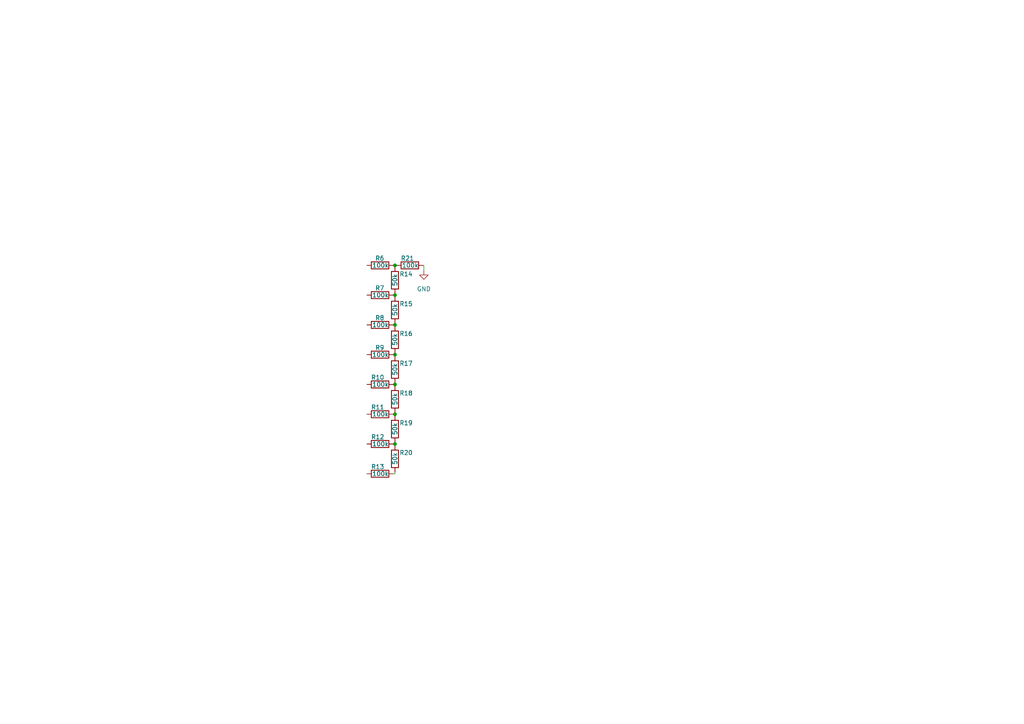
<source format=kicad_sch>
(kicad_sch (version 20211123) (generator eeschema)
  (paper "A4")
  (lib_symbols
    (symbol "Device:R" (pin_numbers hide) (pin_names (offset 0))
      (property "Reference" "R" (at 2.032 0 90))
      (property "Value" "R" (at 0 0 90))
      (symbol "R_0_1"
        (rectangle (start -1.016 -2.54) (end 1.016 2.54) (stroke (width 0.254)))
      )
      (symbol "R_1_1"
        (pin passive line (at 0 3.81 270) (length 1.27) (name "~") (number "1"))
        (pin passive line (at 0 -3.81 90) (length 1.27) (name "~") (number "2"))
      )
    )
    (symbol "power:GND" (power) (pin_names (offset 0))
      (property "Value" "GND" (at 0 -3.81 0))
      (symbol "GND_0_1"
        (polyline (pts (xy 0 0) (xy 0 -1.27) (xy 1.27 -1.27) (xy 0 -2.54) (xy -1.27 -1.27) (xy 0 -1.27)))
      )
      (symbol "GND_1_1"
        (pin power_in line (at 0 0 270) (length 0) hide (name "GND") (number "1"))
      )
    )
  )
  (junction (at 114.554 94.234))
  (junction (at 114.554 120.142))
  (junction (at 114.554 128.778))
  (junction (at 114.554 111.506))
  (junction (at 114.554 76.962))
  (junction (at 114.554 102.87))
  (junction (at 114.554 85.598))
  (wire (pts (xy 114.554 111.506) (xy 114.554 110.998)))
  (wire (pts (xy 114.554 85.598) (xy 114.554 86.106)))
  (wire (pts (xy 114.046 120.142) (xy 114.554 120.142)))
  (wire (pts (xy 114.554 137.414) (xy 114.554 136.906)))
  (wire (pts (xy 122.682 76.962) (xy 122.936 76.962)))
  (wire (pts (xy 114.046 128.778) (xy 114.554 128.778)))
  (wire (pts (xy 114.554 111.506) (xy 114.554 112.014)))
  (wire (pts (xy 114.554 128.778) (xy 114.554 129.286)))
  (wire (pts (xy 122.936 76.962) (xy 122.936 78.486)))
  (wire (pts (xy 114.554 94.234) (xy 114.554 94.742)))
  (wire (pts (xy 114.554 102.87) (xy 114.554 103.378)))
  (wire (pts (xy 114.554 76.962) (xy 114.046 76.962)))
  (wire (pts (xy 114.554 85.598) (xy 114.554 85.09)))
  (wire (pts (xy 114.554 120.142) (xy 114.554 120.65)))
  (wire (pts (xy 114.554 77.47) (xy 114.554 76.962)))
  (wire (pts (xy 114.554 102.87) (xy 114.554 102.362)))
  (wire (pts (xy 114.046 85.598) (xy 114.554 85.598)))
  (wire (pts (xy 114.046 137.414) (xy 114.554 137.414)))
  (wire (pts (xy 114.046 102.87) (xy 114.554 102.87)))
  (wire (pts (xy 114.046 94.234) (xy 114.554 94.234)))
  (wire (pts (xy 114.554 128.778) (xy 114.554 128.27)))
  (wire (pts (xy 114.554 94.234) (xy 114.554 93.726)))
  (wire (pts (xy 114.554 120.142) (xy 114.554 119.634)))
  (wire (pts (xy 114.046 111.506) (xy 114.554 111.506)))
  (wire (pts (xy 114.554 76.962) (xy 115.062 76.962)))
  (symbol (lib_id "Device:R") (at 110.236 76.962 90) (unit 1)
    (property "Reference" "R6" (at 111.506 74.93 90) (effects (justify left)))
    (property "Value" "100k" (at 112.776 76.962 90) (effects (justify left)))
    (property "Footprint" "Resistor_SMD:R_0402_1005Metric" (effects hide))
  )
  (symbol (lib_id "Device:R") (at 110.236 85.598 90) (unit 1)
    (property "Reference" "R7" (at 111.506 83.566 90) (effects (justify left)))
    (property "Value" "100k" (at 112.776 85.598 90) (effects (justify left)))
    (property "Footprint" "Resistor_SMD:R_0402_1005Metric" (effects hide))
  )
  (symbol (lib_id "Device:R") (at 114.554 115.824 0) (unit 1)
    (property "Reference" "R18" (at 115.824 114.046 0) (effects (justify left)))
    (property "Value" "50k" (at 114.554 117.602 90) (effects (justify left)))
    (property "Footprint" "Resistor_SMD:R_0402_1005Metric" (effects hide))
  )
  (symbol (lib_id "Device:R") (at 114.554 89.916 0) (unit 1)
    (property "Reference" "R15" (at 115.824 88.138 0) (effects (justify left)))
    (property "Value" "50k" (at 114.554 91.694 90) (effects (justify left)))
    (property "Footprint" "Resistor_SMD:R_0402_1005Metric" (effects hide))
  )
  (symbol (lib_id "Device:R") (at 114.554 107.188 0) (unit 1)
    (property "Reference" "R17" (at 115.824 105.41 0) (effects (justify left)))
    (property "Value" "50k" (at 114.554 108.966 90) (effects (justify left)))
    (property "Footprint" "Resistor_SMD:R_0402_1005Metric" (effects hide))
  )
  (symbol (lib_id "Device:R") (at 110.236 128.778 90) (unit 1)
    (property "Reference" "R12" (at 111.506 126.746 90) (effects (justify left)))
    (property "Value" "100k" (at 112.776 128.778 90) (effects (justify left)))
    (property "Footprint" "Resistor_SMD:R_0402_1005Metric" (effects hide))
  )
  (symbol (lib_id "Device:R") (at 110.236 111.506 90) (unit 1)
    (property "Reference" "R10" (at 111.506 109.474 90) (effects (justify left)))
    (property "Value" "100k" (at 112.776 111.506 90) (effects (justify left)))
    (property "Footprint" "Resistor_SMD:R_0402_1005Metric" (effects hide))
  )
  (symbol (lib_id "Device:R") (at 114.554 133.096 0) (unit 1)
    (property "Reference" "R20" (at 115.824 131.318 0) (effects (justify left)))
    (property "Value" "50k" (at 114.554 134.874 90) (effects (justify left)))
    (property "Footprint" "Resistor_SMD:R_0402_1005Metric" (effects hide))
  )
  (symbol (lib_id "Device:R") (at 114.554 124.46 0) (unit 1)
    (property "Reference" "R19" (at 115.824 122.682 0) (effects (justify left)))
    (property "Value" "50k" (at 114.554 126.238 90) (effects (justify left)))
    (property "Footprint" "Resistor_SMD:R_0402_1005Metric" (effects hide))
  )
  (symbol (lib_id "Device:R") (at 110.236 102.87 90) (unit 1)
    (property "Reference" "R9" (at 111.506 100.838 90) (effects (justify left)))
    (property "Value" "100k" (at 112.776 102.87 90) (effects (justify left)))
    (property "Footprint" "Resistor_SMD:R_0402_1005Metric" (effects hide))
  )
  (symbol (lib_id "Device:R") (at 110.236 94.234 90) (unit 1)
    (property "Reference" "R8" (at 111.506 92.202 90) (effects (justify left)))
    (property "Value" "100k" (at 112.776 94.234 90) (effects (justify left)))
    (property "Footprint" "Resistor_SMD:R_0402_1005Metric" (effects hide))
  )
  (symbol (lib_id "Device:R") (at 114.554 81.28 0) (unit 1)
    (property "Reference" "R14" (at 115.824 79.502 0) (effects (justify left)))
    (property "Value" "50k" (at 114.554 83.058 90) (effects (justify left)))
    (property "Footprint" "Resistor_SMD:R_0402_1005Metric" (effects hide))
  )
  (symbol (lib_id "power:GND") (at 122.936 78.486 0) (unit 1)
    (property "Reference" "#PWR0124" (effects hide))
    (property "Value" "GND" (at 122.936 83.82 0))
  )
  (symbol (lib_id "Device:R") (at 114.554 98.552 0) (unit 1)
    (property "Reference" "R16" (at 115.824 96.774 0) (effects (justify left)))
    (property "Value" "50k" (at 114.554 100.33 90) (effects (justify left)))
    (property "Footprint" "Resistor_SMD:R_0402_1005Metric" (effects hide))
  )
  (symbol (lib_id "Device:R") (at 110.236 137.414 90) (unit 1)
    (property "Reference" "R13" (at 111.506 135.382 90) (effects (justify left)))
    (property "Value" "100k" (at 112.776 137.414 90) (effects (justify left)))
    (property "Footprint" "Resistor_SMD:R_0402_1005Metric" (effects hide))
  )
  (symbol (lib_id "Device:R") (at 110.236 120.142 90) (unit 1)
    (property "Reference" "R11" (at 111.506 118.11 90) (effects (justify left)))
    (property "Value" "100k" (at 112.776 120.142 90) (effects (justify left)))
    (property "Footprint" "Resistor_SMD:R_0402_1005Metric" (effects hide))
  )
  (symbol (lib_id "Device:R") (at 118.872 76.962 90) (unit 1)
    (property "Reference" "R21" (at 120.142 74.93 90) (effects (justify left)))
    (property "Value" "100k" (at 121.412 76.962 90) (effects (justify left)))
    (property "Footprint" "Resistor_SMD:R_0402_1005Metric" (effects hide))
  )
)
</source>
